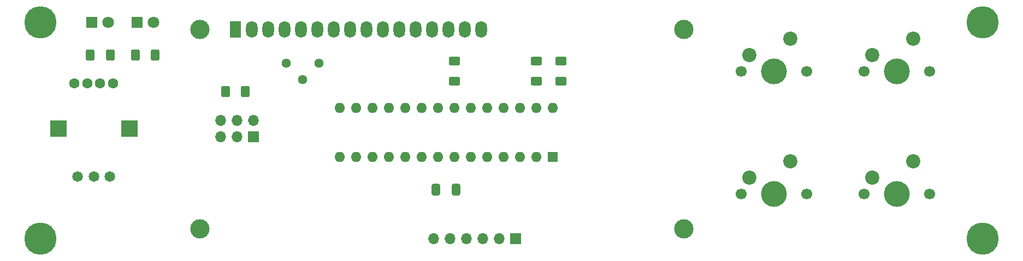
<source format=gbr>
%TF.GenerationSoftware,KiCad,Pcbnew,8.0.1-8.0.1-1~ubuntu22.04.1*%
%TF.CreationDate,2024-04-28T12:17:03-04:00*%
%TF.ProjectId,control-panel,636f6e74-726f-46c2-9d70-616e656c2e6b,rev?*%
%TF.SameCoordinates,Original*%
%TF.FileFunction,Soldermask,Bot*%
%TF.FilePolarity,Negative*%
%FSLAX46Y46*%
G04 Gerber Fmt 4.6, Leading zero omitted, Abs format (unit mm)*
G04 Created by KiCad (PCBNEW 8.0.1-8.0.1-1~ubuntu22.04.1) date 2024-04-28 12:17:03*
%MOMM*%
%LPD*%
G01*
G04 APERTURE LIST*
G04 Aperture macros list*
%AMRoundRect*
0 Rectangle with rounded corners*
0 $1 Rounding radius*
0 $2 $3 $4 $5 $6 $7 $8 $9 X,Y pos of 4 corners*
0 Add a 4 corners polygon primitive as box body*
4,1,4,$2,$3,$4,$5,$6,$7,$8,$9,$2,$3,0*
0 Add four circle primitives for the rounded corners*
1,1,$1+$1,$2,$3*
1,1,$1+$1,$4,$5*
1,1,$1+$1,$6,$7*
1,1,$1+$1,$8,$9*
0 Add four rect primitives between the rounded corners*
20,1,$1+$1,$2,$3,$4,$5,0*
20,1,$1+$1,$4,$5,$6,$7,0*
20,1,$1+$1,$6,$7,$8,$9,0*
20,1,$1+$1,$8,$9,$2,$3,0*%
G04 Aperture macros list end*
%ADD10C,5.000000*%
%ADD11C,1.700000*%
%ADD12C,4.000000*%
%ADD13C,2.200000*%
%ADD14C,1.600000*%
%ADD15C,1.650000*%
%ADD16R,2.500000X2.500000*%
%ADD17R,1.800000X1.800000*%
%ADD18C,1.800000*%
%ADD19C,3.000000*%
%ADD20R,1.800000X2.600000*%
%ADD21O,1.800000X2.600000*%
%ADD22C,1.440000*%
%ADD23RoundRect,0.250000X0.400000X0.625000X-0.400000X0.625000X-0.400000X-0.625000X0.400000X-0.625000X0*%
%ADD24R,1.700000X1.700000*%
%ADD25O,1.700000X1.700000*%
%ADD26RoundRect,0.250000X-0.400000X-0.625000X0.400000X-0.625000X0.400000X0.625000X-0.400000X0.625000X0*%
%ADD27RoundRect,0.250000X-0.625000X0.400000X-0.625000X-0.400000X0.625000X-0.400000X0.625000X0.400000X0*%
%ADD28RoundRect,0.250000X0.412500X0.650000X-0.412500X0.650000X-0.412500X-0.650000X0.412500X-0.650000X0*%
%ADD29R,1.600000X1.600000*%
%ADD30O,1.600000X1.600000*%
G04 APERTURE END LIST*
D10*
%TO.C,H2*%
X78105000Y-86360000D03*
%TD*%
%TO.C,H4*%
X224155000Y-86360000D03*
%TD*%
D11*
%TO.C,SW2*%
X205740000Y-60325000D03*
D12*
X210820000Y-60325000D03*
D11*
X215900000Y-60325000D03*
D13*
X213360000Y-55245000D03*
X207010000Y-57785000D03*
%TD*%
D14*
%TO.C,SW5*%
X89360000Y-62230000D03*
X87360000Y-62230000D03*
X85360000Y-62230000D03*
X83360000Y-62230000D03*
D15*
X83860000Y-76730000D03*
X88860000Y-76730000D03*
X86360000Y-76730000D03*
D16*
X80860000Y-69230000D03*
X91860000Y-69230000D03*
%TD*%
D11*
%TO.C,SW1*%
X186690000Y-60325000D03*
D12*
X191770000Y-60325000D03*
D11*
X196850000Y-60325000D03*
D13*
X194310000Y-55245000D03*
X187960000Y-57785000D03*
%TD*%
D11*
%TO.C,SW3*%
X186690000Y-79375000D03*
D12*
X191770000Y-79375000D03*
D11*
X196850000Y-79375000D03*
D13*
X194310000Y-74295000D03*
X187960000Y-76835000D03*
%TD*%
D10*
%TO.C,H3*%
X224155000Y-52705000D03*
%TD*%
D17*
%TO.C,D1*%
X86080000Y-52705000D03*
D18*
X88620000Y-52705000D03*
%TD*%
D10*
%TO.C,H1*%
X78105000Y-52705000D03*
%TD*%
D11*
%TO.C,SW4*%
X205740000Y-79375000D03*
D12*
X210820000Y-79375000D03*
D11*
X215900000Y-79375000D03*
D13*
X213360000Y-74295000D03*
X207010000Y-76835000D03*
%TD*%
D19*
%TO.C,DS1*%
X102835900Y-53857500D03*
X102835900Y-84858200D03*
X177834480Y-84858200D03*
X177835000Y-53857500D03*
D20*
X108335000Y-53857500D03*
D21*
X110875000Y-53857500D03*
X113415000Y-53857500D03*
X115955000Y-53857500D03*
X118495000Y-53857500D03*
X121035000Y-53857500D03*
X123575000Y-53857500D03*
X126115000Y-53857500D03*
X128655000Y-53857500D03*
X131195000Y-53857500D03*
X133735000Y-53857500D03*
X136275000Y-53857500D03*
X138815000Y-53857500D03*
X141355000Y-53857500D03*
X143895000Y-53857500D03*
X146435000Y-53857500D03*
%TD*%
D17*
%TO.C,D2*%
X93070000Y-52705000D03*
D18*
X95610000Y-52705000D03*
%TD*%
D22*
%TO.C,RV1*%
X116205000Y-59055000D03*
X118745000Y-61595000D03*
X121285000Y-59055000D03*
%TD*%
D23*
%TO.C,R1*%
X109855000Y-63500000D03*
X106755000Y-63500000D03*
%TD*%
D24*
%TO.C,J2*%
X151765000Y-86360000D03*
D25*
X149225000Y-86360000D03*
X146685000Y-86360000D03*
X144145000Y-86360000D03*
X141605000Y-86360000D03*
X139065000Y-86360000D03*
%TD*%
D26*
%TO.C,R4*%
X92785000Y-57785000D03*
X95885000Y-57785000D03*
%TD*%
%TO.C,R3*%
X85800000Y-57785000D03*
X88900000Y-57785000D03*
%TD*%
D24*
%TO.C,J1*%
X111125000Y-70485000D03*
D25*
X111125000Y-67945000D03*
X108585000Y-70485000D03*
X108585000Y-67945000D03*
X106045000Y-70485000D03*
X106045000Y-67945000D03*
%TD*%
D27*
%TO.C,R6*%
X158750000Y-58775000D03*
X158750000Y-61875000D03*
%TD*%
D28*
%TO.C,C1*%
X142532500Y-78740000D03*
X139407500Y-78740000D03*
%TD*%
D27*
%TO.C,R5*%
X154940000Y-58775000D03*
X154940000Y-61875000D03*
%TD*%
%TO.C,R2*%
X142240000Y-58775000D03*
X142240000Y-61875000D03*
%TD*%
D29*
%TO.C,U3*%
X157480000Y-73660000D03*
D30*
X154940000Y-73660000D03*
X152400000Y-73660000D03*
X149860000Y-73660000D03*
X147320000Y-73660000D03*
X144780000Y-73660000D03*
X142240000Y-73660000D03*
X139700000Y-73660000D03*
X137160000Y-73660000D03*
X134620000Y-73660000D03*
X132080000Y-73660000D03*
X129540000Y-73660000D03*
X127000000Y-73660000D03*
X124460000Y-73660000D03*
X124460000Y-66040000D03*
X127000000Y-66040000D03*
X129540000Y-66040000D03*
X132080000Y-66040000D03*
X134620000Y-66040000D03*
X137160000Y-66040000D03*
X139700000Y-66040000D03*
X142240000Y-66040000D03*
X144780000Y-66040000D03*
X147320000Y-66040000D03*
X149860000Y-66040000D03*
X152400000Y-66040000D03*
X154940000Y-66040000D03*
X157480000Y-66040000D03*
%TD*%
M02*

</source>
